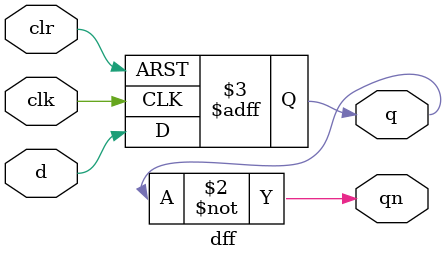
<source format=v>
module dff(
	input d,
	input clr,
	input clk,
	output reg q,
	output qn);

	always @(posedge clk or posedge clr)
		if(clr)
			q <= 0;
		else
			q <= d;
	
	assign qn = ~q;
endmodule
</source>
